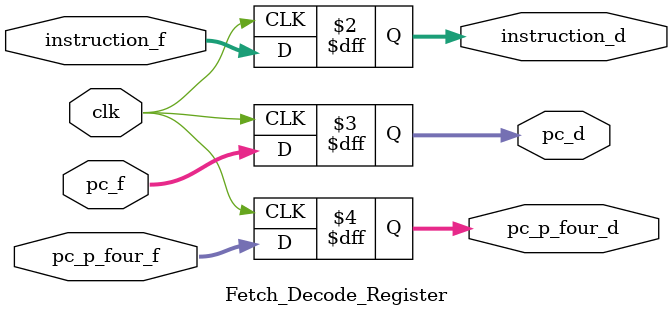
<source format=sv>
`timescale 1ns / 1ps

// TODO: Needs control unit signals
module Fetch_Decode_Register(input clk, input logic [31:0] instruction_f, input logic [31:0] pc_f, input logic [31:0] pc_p_four_f,
output logic [31:0] instruction_d, output logic [31:0] pc_d, output logic [31:0] pc_p_four_d 
    );

    // TODO: I think it's negedge jaja
    always_ff @( negedge clk ) begin
        instruction_d <= instruction_f;
        pc_d = pc_f;
        pc_p_four_d = pc_p_four_f;
    end
    
endmodule

</source>
